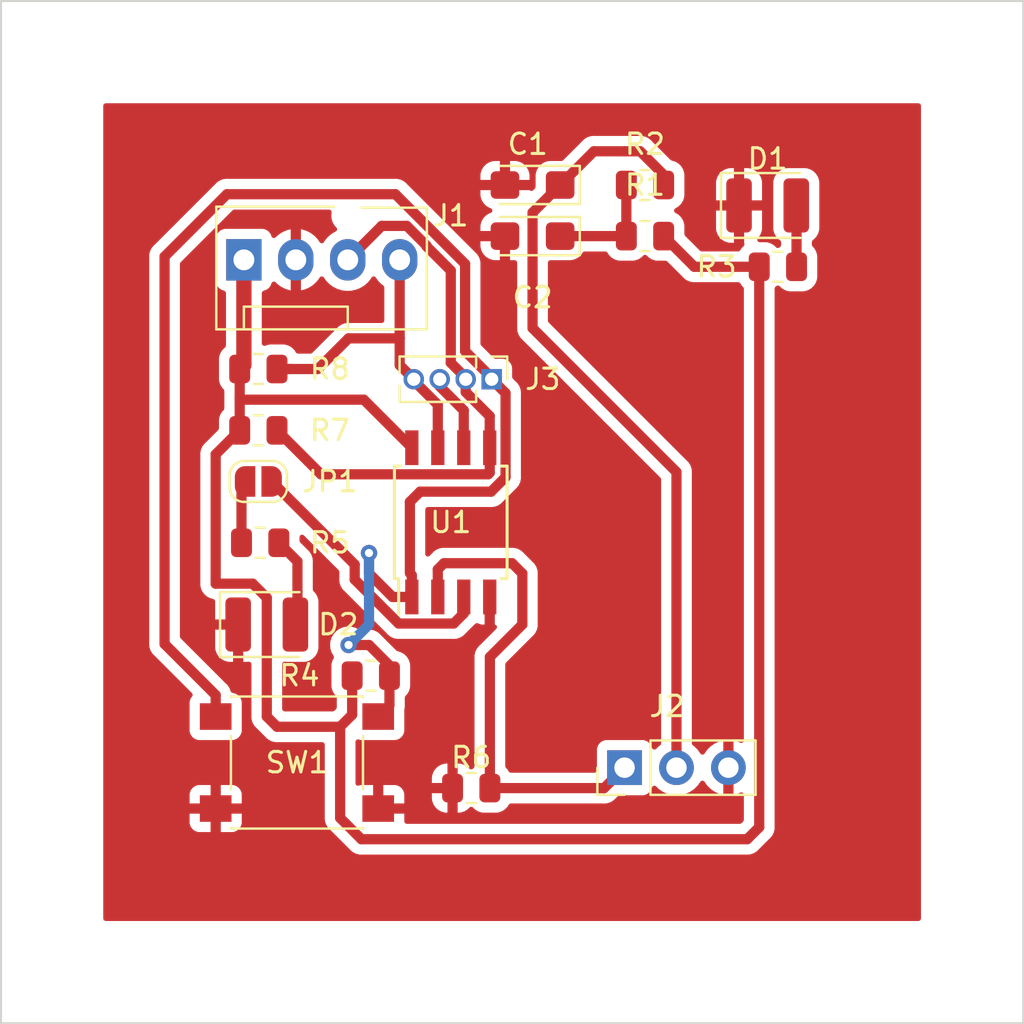
<source format=kicad_pcb>
(kicad_pcb (version 20221018) (generator pcbnew)
  (layers (0 "F.Cu" signal) (31 "B.Cu" signal) (34 "B.Paste" user) (35 "F.Paste" user) (36 "B.SilkS" user "B.Silkscreen") (37 "F.SilkS" user "F.Silkscreen") (38 "B.Mask" user) (39 "F.Mask" user) (44 "Edge.Cuts" user))
  (net 0 "")
  (net 1 "Net-(C1-Pad1)")
  (net 2 "GND")
  (net 3 "Net-(J2-Pin_2)")
  (net 4 "Net-(D1-A)")
  (net 5 "Net-(D2-A)")
  (net 6 "VCC")
  (net 7 "/MOSI")
  (net 8 "/SCK")
  (net 9 "/PP")
  (net 10 "/SS")
  (net 11 "/MISO")
  (net 12 "Net-(JP1-A)")
  (net 13 "Net-(JP1-B)")
  (footprint "Button_Switch_SMD:SW_Push_1P1T_NO_6x6mm_H9.5mm" (layer "F.Cu") (at 139.475 82.25)
    (fp_text reference "SW1" (at 0 0) (layer "F.SilkS"))
    (fp_text value "Reset")
    (fp_line (start -3.23 -3.23) (end 3.23 -3.23) (stroke (width 0.12)) (layer "F.SilkS"))
    (fp_line (start -3.23 -3.2) (end -3.23 -3.23) (stroke (width 0.12)) (layer "F.SilkS"))
    (fp_line (start -3.23 -1.3) (end -3.23 1.3) (stroke (width 0.12)) (layer "F.SilkS"))
    (fp_line (start -3.23 3.23) (end -3.23 3.2) (stroke (width 0.12)) (layer "F.SilkS"))
    (fp_line (start -3.23 3.23) (end 3.23 3.23) (stroke (width 0.12)) (layer "F.SilkS"))
    (fp_line (start 3.23 -3.23) (end 3.23 -3.2) (stroke (width 0.12)) (layer "F.SilkS"))
    (fp_line (start 3.23 -1.3) (end 3.23 1.3) (stroke (width 0.12)) (layer "F.SilkS"))
    (fp_line (start 3.23 3.23) (end 3.23 3.2) (stroke (width 0.12)) (layer "F.SilkS"))
    (pad "1" smd rect (at -3.975 -2.25) (size 1.55 1.3) (layers "F.Cu" "F.Paste" "F.Mask") (net 10 "/SS"))
    (pad "1" smd rect (at 3.975 -2.25) (size 1.55 1.3) (layers "F.Cu" "F.Paste" "F.Mask") (net 10 "/SS"))
    (pad "2" smd rect (at -3.975 2.25) (size 1.55 1.3) (layers "F.Cu" "F.Paste" "F.Mask") (net 2 "GND"))
    (pad "2" smd rect (at 3.975 2.25) (size 1.55 1.3) (layers "F.Cu" "F.Paste" "F.Mask") (net 2 "GND"))
  )
  (footprint "Resistor_SMD:R_0805_2012Metric" (layer "F.Cu") (at 137.675 71.5)
    (fp_text reference "R5" (at 3.4125 0) (layer "F.SilkS"))
    (fp_text value "220")
    (fp_line (start -0.227064 -0.735) (end 0.227064 -0.735) (stroke (width 0.12)) (layer "F.SilkS"))
    (fp_line (start -0.227064 0.735) (end 0.227064 0.735) (stroke (width 0.12)) (layer "F.SilkS"))
    (pad "1" smd roundrect (at -0.9125 0) (size 1.025 1.4) (layers "F.Cu" "F.Paste" "F.Mask") (roundrect_rratio 0.243902) (net 12 "Net-(JP1-A)"))
    (pad "2" smd roundrect (at 0.9125 0) (size 1.025 1.4) (layers "F.Cu" "F.Paste" "F.Mask") (roundrect_rratio 0.243902) (net 5 "Net-(D2-A)"))
  )
  (footprint "Capacitor_Tantalum_SMD:CP_EIA-3216-18_Kemet-A" (layer "F.Cu") (at 151 54 180)
    (fp_text reference "C2" (at 0 -5.5) (layer "F.SilkS"))
    (fp_text value "4.7u")
    (fp_line (start -2.31 -0.935) (end -2.31 0.935) (stroke (width 0.12)) (layer "F.SilkS"))
    (fp_line (start -2.31 0.935) (end 1.6 0.935) (stroke (width 0.12)) (layer "F.SilkS"))
    (fp_line (start 1.6 -0.935) (end -2.31 -0.935) (stroke (width 0.12)) (layer "F.SilkS"))
    (pad "1" smd roundrect (at -1.35 0 180) (size 1.4 1.35) (layers "F.Cu" "F.Paste" "F.Mask") (roundrect_rratio 0.185185) (net 3 "Net-(J2-Pin_2)"))
    (pad "2" smd roundrect (at 1.35 0 180) (size 1.4 1.35) (layers "F.Cu" "F.Paste" "F.Mask") (roundrect_rratio 0.185185) (net 2 "GND"))
  )
  (footprint "Connector_PinHeader_1.27mm:PinHeader_1x04_P1.27mm_Vertical" (layer "F.Cu") (at 149 63.5 -90)
    (fp_text reference "J3" (at 0 -2.5) (layer "F.SilkS"))
    (fp_text value "DEBUG")
    (fp_line (start -1.11 -0.76) (end 0 -0.76) (stroke (width 0.12)) (layer "F.SilkS"))
    (fp_line (start -1.11 0) (end -1.11 -0.76) (stroke (width 0.12)) (layer "F.SilkS"))
    (fp_line (start -1.11 0.76) (end -1.11 4.505) (stroke (width 0.12)) (layer "F.SilkS"))
    (fp_line (start -1.11 0.76) (end -0.563471 0.76) (stroke (width 0.12)) (layer "F.SilkS"))
    (fp_line (start -1.11 4.505) (end -0.30753 4.505) (stroke (width 0.12)) (layer "F.SilkS"))
    (fp_line (start 0.30753 4.505) (end 1.11 4.505) (stroke (width 0.12)) (layer "F.SilkS"))
    (fp_line (start 0.563471 0.76) (end 1.11 0.76) (stroke (width 0.12)) (layer "F.SilkS"))
    (fp_line (start 1.11 0.76) (end 1.11 4.505) (stroke (width 0.12)) (layer "F.SilkS"))
    (pad "1" thru_hole rect (at 0 0 270) (size 1 1) (drill 0.65) (layers "*.Cu" "*.Mask") (net 10 "/SS"))
    (pad "2" thru_hole oval (at 0 1.27 270) (size 1 1) (drill 0.65) (layers "*.Cu" "*.Mask") (net 7 "/MOSI"))
    (pad "3" thru_hole oval (at 0 2.54 270) (size 1 1) (drill 0.65) (layers "*.Cu" "*.Mask") (net 11 "/MISO"))
    (pad "4" thru_hole oval (at 0 3.81 270) (size 1 1) (drill 0.65) (layers "*.Cu" "*.Mask") (net 8 "/SCK"))
  )
  (footprint "Resistor_SMD:R_0805_2012Metric" (layer "F.Cu") (at 148 83.5 180)
    (fp_text reference "R6" (at 0 1.5) (layer "F.SilkS"))
    (fp_text value "10k")
    (fp_line (start -0.227064 -0.735) (end 0.227064 -0.735) (stroke (width 0.12)) (layer "F.SilkS"))
    (fp_line (start -0.227064 0.735) (end 0.227064 0.735) (stroke (width 0.12)) (layer "F.SilkS"))
    (pad "1" smd roundrect (at -0.9125 0 180) (size 1.025 1.4) (layers "F.Cu" "F.Paste" "F.Mask") (roundrect_rratio 0.243902) (net 9 "/PP"))
    (pad "2" smd roundrect (at 0.9125 0 180) (size 1.025 1.4) (layers "F.Cu" "F.Paste" "F.Mask") (roundrect_rratio 0.243902) (net 2 "GND"))
  )
  (footprint "Package_SO:SOIC-8W_5.3x5.3mm_P1.27mm" (layer "F.Cu") (at 147 70.5 90)
    (fp_text reference "U1" (at 0 0) (layer "F.SilkS"))
    (fp_text value "ATtiny85-20S")
    (fp_line (start -2.75 -2.755) (end -2.75 -2.55) (stroke (width 0.15)) (layer "F.SilkS"))
    (fp_line (start -2.75 -2.755) (end 2.75 -2.755) (stroke (width 0.15)) (layer "F.SilkS"))
    (fp_line (start -2.75 -2.55) (end -4.5 -2.55) (stroke (width 0.15)) (layer "F.SilkS"))
    (fp_line (start -2.75 2.755) (end -2.75 2.455) (stroke (width 0.15)) (layer "F.SilkS"))
    (fp_line (start -2.75 2.755) (end 2.75 2.755) (stroke (width 0.15)) (layer "F.SilkS"))
    (fp_line (start 2.75 -2.755) (end 2.75 -2.455) (stroke (width 0.15)) (layer "F.SilkS"))
    (fp_line (start 2.75 2.755) (end 2.75 2.455) (stroke (width 0.15)) (layer "F.SilkS"))
    (pad "1" smd rect (at -3.65 -1.905 90) (size 1.7 0.65) (layers "F.Cu" "F.Paste" "F.Mask") (net 10 "/SS"))
    (pad "2" smd rect (at -3.65 -0.635 90) (size 1.7 0.65) (layers "F.Cu" "F.Paste" "F.Mask") (net 9 "/PP"))
    (pad "3" smd rect (at -3.65 0.635 90) (size 1.7 0.65) (layers "F.Cu" "F.Paste" "F.Mask") (net 13 "Net-(JP1-B)"))
    (pad "4" smd rect (at -3.65 1.905 90) (size 1.7 0.65) (layers "F.Cu" "F.Paste" "F.Mask") (net 2 "GND"))
    (pad "5" smd rect (at 3.65 1.905 90) (size 1.7 0.65) (layers "F.Cu" "F.Paste" "F.Mask") (net 7 "/MOSI"))
    (pad "6" smd rect (at 3.65 0.635 90) (size 1.7 0.65) (layers "F.Cu" "F.Paste" "F.Mask") (net 11 "/MISO"))
    (pad "7" smd rect (at 3.65 -0.635 90) (size 1.7 0.65) (layers "F.Cu" "F.Paste" "F.Mask") (net 8 "/SCK"))
    (pad "8" smd rect (at 3.65 -1.905 90) (size 1.7 0.65) (layers "F.Cu" "F.Paste" "F.Mask") (net 6 "VCC"))
  )
  (footprint "Resistor_SMD:R_0805_2012Metric" (layer "F.Cu") (at 143.0875 78)
    (fp_text reference "R4" (at -3.49 0) (layer "F.SilkS"))
    (fp_text value "4.7k")
    (fp_line (start -0.227064 -0.735) (end 0.227064 -0.735) (stroke (width 0.12)) (layer "F.SilkS"))
    (fp_line (start -0.227064 0.735) (end 0.227064 0.735) (stroke (width 0.12)) (layer "F.SilkS"))
    (pad "1" smd roundrect (at -0.9125 0) (size 1.025 1.4) (layers "F.Cu" "F.Paste" "F.Mask") (roundrect_rratio 0.243902) (net 6 "VCC"))
    (pad "2" smd roundrect (at 0.9125 0) (size 1.025 1.4) (layers "F.Cu" "F.Paste" "F.Mask") (roundrect_rratio 0.243902) (net 10 "/SS"))
  )
  (footprint "Connector_PinHeader_2.54mm:PinHeader_1x03_P2.54mm_Vertical" (layer "F.Cu") (at 155.5 82.5 90)
    (fp_text reference "J2" (at 3 2.08 180) (layer "F.SilkS"))
    (fp_text value "BG51")
    (fp_line (start -1.33 -1.33) (end 0 -1.33) (stroke (width 0.12)) (layer "F.SilkS"))
    (fp_line (start -1.33 0) (end -1.33 -1.33) (stroke (width 0.12)) (layer "F.SilkS"))
    (fp_line (start -1.33 1.27) (end -1.33 6.41) (stroke (width 0.12)) (layer "F.SilkS"))
    (fp_line (start -1.33 1.27) (end 1.33 1.27) (stroke (width 0.12)) (layer "F.SilkS"))
    (fp_line (start -1.33 6.41) (end 1.33 6.41) (stroke (width 0.12)) (layer "F.SilkS"))
    (fp_line (start 1.33 1.27) (end 1.33 6.41) (stroke (width 0.12)) (layer "F.SilkS"))
    (pad "1" thru_hole rect (at 0 0 90) (size 1.7 1.7) (drill 1) (layers "*.Cu" "*.Mask") (net 9 "/PP"))
    (pad "2" thru_hole oval (at 0 2.54 90) (size 1.7 1.7) (drill 1) (layers "*.Cu" "*.Mask") (net 3 "Net-(J2-Pin_2)"))
    (pad "3" thru_hole oval (at 0 5.08 90) (size 1.7 1.7) (drill 1) (layers "*.Cu" "*.Mask") (net 2 "GND"))
  )
  (footprint "Resistor_SMD:R_0805_2012Metric" (layer "F.Cu") (at 156.5 54)
    (fp_text reference "R2" (at 0 -2) (layer "F.SilkS"))
    (fp_text value "1.8k")
    (fp_line (start -0.227064 -0.735) (end 0.227064 -0.735) (stroke (width 0.12)) (layer "F.SilkS"))
    (fp_line (start -0.227064 0.735) (end 0.227064 0.735) (stroke (width 0.12)) (layer "F.SilkS"))
    (pad "1" smd roundrect (at -0.9125 0) (size 1.025 1.4) (layers "F.Cu" "F.Paste" "F.Mask") (roundrect_rratio 0.243902) (net 1 "Net-(C1-Pad1)"))
    (pad "2" smd roundrect (at 0.9125 0) (size 1.025 1.4) (layers "F.Cu" "F.Paste" "F.Mask") (roundrect_rratio 0.243902) (net 3 "Net-(J2-Pin_2)"))
  )
  (footprint "LED_SMD:LED_1210_3225Metric" (layer "F.Cu") (at 138 75.5)
    (fp_text reference "D2" (at 3.5 0) (layer "F.SilkS"))
    (fp_text value "Test")
    (fp_line (start -2.285 -1.585) (end -2.285 1.585) (stroke (width 0.12)) (layer "F.SilkS"))
    (fp_line (start -2.285 1.585) (end 1.6 1.585) (stroke (width 0.12)) (layer "F.SilkS"))
    (fp_line (start 1.6 -1.585) (end -2.285 -1.585) (stroke (width 0.12)) (layer "F.SilkS"))
    (pad "1" smd roundrect (at -1.4 0) (size 1.25 2.65) (layers "F.Cu" "F.Paste" "F.Mask") (roundrect_rratio 0.2) (net 2 "GND"))
    (pad "2" smd roundrect (at 1.4 0) (size 1.25 2.65) (layers "F.Cu" "F.Paste" "F.Mask") (roundrect_rratio 0.2) (net 5 "Net-(D2-A)"))
  )
  (footprint "Resistor_SMD:R_0805_2012Metric" (layer "F.Cu") (at 137.5875 66)
    (fp_text reference "R7" (at 3.5 0) (layer "F.SilkS"))
    (fp_text value "4.7k")
    (fp_line (start -0.227064 -0.735) (end 0.227064 -0.735) (stroke (width 0.12)) (layer "F.SilkS"))
    (fp_line (start -0.227064 0.735) (end 0.227064 0.735) (stroke (width 0.12)) (layer "F.SilkS"))
    (pad "1" smd roundrect (at -0.9125 0) (size 1.025 1.4) (layers "F.Cu" "F.Paste" "F.Mask") (roundrect_rratio 0.243902) (net 6 "VCC"))
    (pad "2" smd roundrect (at 0.9125 0) (size 1.025 1.4) (layers "F.Cu" "F.Paste" "F.Mask") (roundrect_rratio 0.243902) (net 7 "/MOSI"))
  )
  (footprint "Connector:FanPinHeader_1x04_P2.54mm_Vertical" (layer "F.Cu") (at 136.88 57.66)
    (fp_text reference "J1" (at 10.12 -2.16) (layer "F.SilkS"))
    (fp_text value "CONN")
    (fp_line (start -1.35 -2.6) (end 4.4 -2.6) (stroke (width 0.12)) (layer "F.SilkS"))
    (fp_line (start -1.35 3.4) (end -1.35 -2.6) (stroke (width 0.12)) (layer "F.SilkS"))
    (fp_line (start 0 2.29) (end 5.08 2.29) (stroke (width 0.12)) (layer "F.SilkS"))
    (fp_line (start 0 3.3) (end 0 2.29) (stroke (width 0.12)) (layer "F.SilkS"))
    (fp_line (start 5.08 2.29) (end 5.08 3.3) (stroke (width 0.12)) (layer "F.SilkS"))
    (fp_line (start 5.75 -2.55) (end 8.95 -2.55) (stroke (width 0.12)) (layer "F.SilkS"))
    (fp_line (start 8.95 -2.55) (end 8.95 3.4) (stroke (width 0.12)) (layer "F.SilkS"))
    (fp_line (start 8.95 3.4) (end -1.35 3.4) (stroke (width 0.12)) (layer "F.SilkS"))
    (pad "" np_thru_hole circle (at 5.08 -2.16 90) (size 1.1 1.1) (drill 1.1) (layers "*.Cu" "*.Mask"))
    (pad "1" thru_hole rect (at 0 0 90) (size 2.03 1.73) (drill 1.02) (layers "*.Cu" "*.Mask") (net 6 "VCC"))
    (pad "2" thru_hole oval (at 2.54 0 90) (size 2.03 1.73) (drill 1.02) (layers "*.Cu" "*.Mask") (net 2 "GND"))
    (pad "3" thru_hole oval (at 5.08 0 90) (size 2.03 1.73) (drill 1.02) (layers "*.Cu" "*.Mask") (net 7 "/MOSI"))
    (pad "4" thru_hole oval (at 7.62 0 90) (size 2.03 1.73) (drill 1.02) (layers "*.Cu" "*.Mask") (net 8 "/SCK"))
  )
  (footprint "Resistor_SMD:R_0805_2012Metric" (layer "F.Cu") (at 163 58)
    (fp_text reference "R3" (at -3 0) (layer "F.SilkS"))
    (fp_text value "220")
    (fp_line (start -0.227064 -0.735) (end 0.227064 -0.735) (stroke (width 0.12)) (layer "F.SilkS"))
    (fp_line (start -0.227064 0.735) (end 0.227064 0.735) (stroke (width 0.12)) (layer "F.SilkS"))
    (pad "1" smd roundrect (at -0.9125 0) (size 1.025 1.4) (layers "F.Cu" "F.Paste" "F.Mask") (roundrect_rratio 0.243902) (net 6 "VCC"))
    (pad "2" smd roundrect (at 0.9125 0) (size 1.025 1.4) (layers "F.Cu" "F.Paste" "F.Mask") (roundrect_rratio 0.243902) (net 4 "Net-(D1-A)"))
  )
  (footprint "Resistor_SMD:R_0805_2012Metric" (layer "F.Cu") (at 156.5 56.5 180)
    (fp_text reference "R1" (at 0 2.5) (layer "F.SilkS"))
    (fp_text value "1.8k")
    (fp_line (start -0.227064 -0.735) (end 0.227064 -0.735) (stroke (width 0.12)) (layer "F.SilkS"))
    (fp_line (start -0.227064 0.735) (end 0.227064 0.735) (stroke (width 0.12)) (layer "F.SilkS"))
    (pad "1" smd roundrect (at -0.9125 0 180) (size 1.025 1.4) (layers "F.Cu" "F.Paste" "F.Mask") (roundrect_rratio 0.243902) (net 6 "VCC"))
    (pad "2" smd roundrect (at 0.9125 0 180) (size 1.025 1.4) (layers "F.Cu" "F.Paste" "F.Mask") (roundrect_rratio 0.243902) (net 1 "Net-(C1-Pad1)"))
  )
  (footprint "Jumper:SolderJumper-2_P1.3mm_Open_RoundedPad1.0x1.5mm" (layer "F.Cu") (at 137.5875 68.5)
    (fp_text reference "JP1" (at 3.5 0) (layer "F.SilkS"))
    (fp_text value "SolderJumper_2_Open")
    (fp_line (start -1.4 0.3) (end -1.4 -0.3) (stroke (width 0.12)) (layer "F.SilkS"))
    (fp_line (start -0.7 -1) (end 0.7 -1) (stroke (width 0.12)) (layer "F.SilkS"))
    (fp_line (start 0.7 1) (end -0.7 1) (stroke (width 0.12)) (layer "F.SilkS"))
    (fp_line (start 1.4 -0.3) (end 1.4 0.3) (stroke (width 0.12)) (layer "F.SilkS"))
    (fp_arc (start -1.4 -0.3) (mid -1.194975 -0.794975) (end -0.7 -1) (stroke (width 0.12)) (layer "F.SilkS"))
    (fp_arc (start -0.7 1) (mid -1.194975 0.794975) (end -1.4 0.3) (stroke (width 0.12)) (layer "F.SilkS"))
    (fp_arc (start 0.7 -1) (mid 1.194975 -0.794975) (end 1.4 -0.3) (stroke (width 0.12)) (layer "F.SilkS"))
    (fp_arc (start 1.4 0.3) (mid 1.194975 0.794975) (end 0.7 1) (stroke (width 0.12)) (layer "F.SilkS"))
    (pad "1" smd custom (at -0.65 0) (size 1 0.5) (layers "F.Cu" "F.Mask") (net 12 "Net-(JP1-A)") (options (clearance outline) (anchor rect)) (primitives (gr_circle (center 0 0.25) (end 0.5 0.25) (width 0) (fill yes)) (gr_circle (center 0 -0.25) (end 0.5 -0.25) (width 0) (fill yes)) (gr_poly (pts (xy 0.5 0.75) (xy 0 0.75) (xy 0 -0.75) (xy 0.5 -0.75)) (width 0) (fill yes))))
    (pad "2" smd custom (at 0.65 0) (size 1 0.5) (layers "F.Cu" "F.Mask") (net 13 "Net-(JP1-B)") (options (clearance outline) (anchor rect)) (primitives (gr_circle (center 0 0.25) (end 0.5 0.25) (width 0) (fill yes)) (gr_circle (center 0 -0.25) (end 0.5 -0.25) (width 0) (fill yes)) (gr_poly (pts (xy 0 0.75) (xy -0.5 0.75) (xy -0.5 -0.75) (xy 0 -0.75)) (width 0) (fill yes))))
  )
  (footprint "Resistor_SMD:R_0805_2012Metric" (layer "F.Cu") (at 137.5875 63)
    (fp_text reference "R8" (at 3.5 0) (layer "F.SilkS"))
    (fp_text value "4.7k")
    (fp_line (start -0.227064 -0.735) (end 0.227064 -0.735) (stroke (width 0.12)) (layer "F.SilkS"))
    (fp_line (start -0.227064 0.735) (end 0.227064 0.735) (stroke (width 0.12)) (layer "F.SilkS"))
    (pad "1" smd roundrect (at -0.9125 0) (size 1.025 1.4) (layers "F.Cu" "F.Paste" "F.Mask") (roundrect_rratio 0.243902) (net 6 "VCC"))
    (pad "2" smd roundrect (at 0.9125 0) (size 1.025 1.4) (layers "F.Cu" "F.Paste" "F.Mask") (roundrect_rratio 0.243902) (net 8 "/SCK"))
  )
  (footprint "Capacitor_Tantalum_SMD:CP_EIA-3216-18_Kemet-A" (layer "F.Cu") (at 151 56.5 180)
    (fp_text reference "C1" (at 0.2375 4.5) (layer "F.SilkS"))
    (fp_text value "4.7u")
    (fp_line (start -2.31 -0.935) (end -2.31 0.935) (stroke (width 0.12)) (layer "F.SilkS"))
    (fp_line (start -2.31 0.935) (end 1.6 0.935) (stroke (width 0.12)) (layer "F.SilkS"))
    (fp_line (start 1.6 -0.935) (end -2.31 -0.935) (stroke (width 0.12)) (layer "F.SilkS"))
    (pad "1" smd roundrect (at -1.35 0 180) (size 1.4 1.35) (layers "F.Cu" "F.Paste" "F.Mask") (roundrect_rratio 0.185185) (net 1 "Net-(C1-Pad1)"))
    (pad "2" smd roundrect (at 1.35 0 180) (size 1.4 1.35) (layers "F.Cu" "F.Paste" "F.Mask") (roundrect_rratio 0.185185) (net 2 "GND"))
  )
  (footprint "LED_SMD:LED_1210_3225Metric" (layer "F.Cu") (at 162.5 55)
    (fp_text reference "D1" (at 0 -2.28) (layer "F.SilkS"))
    (fp_text value "PW")
    (fp_line (start -2.285 -1.585) (end -2.285 1.585) (stroke (width 0.12)) (layer "F.SilkS"))
    (fp_line (start -2.285 1.585) (end 1.6 1.585) (stroke (width 0.12)) (layer "F.SilkS"))
    (fp_line (start 1.6 -1.585) (end -2.285 -1.585) (stroke (width 0.12)) (layer "F.SilkS"))
    (pad "1" smd roundrect (at -1.4 0) (size 1.25 2.65) (layers "F.Cu" "F.Paste" "F.Mask") (roundrect_rratio 0.2) (net 2 "GND"))
    (pad "2" smd roundrect (at 1.4 0) (size 1.25 2.65) (layers "F.Cu" "F.Paste" "F.Mask") (roundrect_rratio 0.2) (net 4 "Net-(D1-A)"))
  )
  (gr_rect (start 125 45) (end 175 95) (stroke (width 0.1)) (fill none) (layer "Edge.Cuts"))
  (segment (start 155.5875 56.5) (end 155.5875 54) (width 0.5) (layer "F.Cu") (net 1))
  (segment (start 155.5875 56.5) (end 152.35 56.5) (width 0.5) (layer "F.Cu") (net 1))
  (segment (start 152.35 56.5) (end 153.0875 56.5) (width 0.5) (layer "F.Cu") (net 1))
  (segment (start 151 55.35) (end 151 61) (width 0.5) (layer "F.Cu") (net 3))
  (segment (start 154 52.35) (end 155.5 52.35) (width 0.5) (layer "F.Cu") (net 3))
  (segment (start 151 61) (end 158.04 68.04) (width 0.5) (layer "F.Cu") (net 3))
  (segment (start 156.2625 52.35) (end 157.4125 53.5) (width 0.5) (layer "F.Cu") (net 3))
  (segment (start 152.35 54) (end 152 53.65) (width 0.5) (layer "F.Cu") (net 3))
  (segment (start 155.5 52.35) (end 156.2625 52.35) (width 0.5) (layer "F.Cu") (net 3))
  (segment (start 158.04 68.04) (end 158.04 82.5) (width 0.5) (layer "F.Cu") (net 3))
  (segment (start 152.35 54) (end 151 55.35) (width 0.5) (layer "F.Cu") (net 3))
  (segment (start 152.35 54) (end 154 52.35) (width 0.5) (layer "F.Cu") (net 3))
  (segment (start 163.9125 58) (end 163.9125 55.0125) (width 0.5) (layer "F.Cu") (net 4))
  (segment (start 163.9125 55.0125) (end 163.9 55) (width 0.5) (layer "F.Cu") (net 4))
  (segment (start 139.5 72.4125) (end 139.5 75.4) (width 0.5) (layer "F.Cu") (net 5))
  (segment (start 139.5 75.4) (end 139.4 75.5) (width 0.5) (layer "F.Cu") (net 5))
  (segment (start 138.5875 71.5) (end 139.5 72.4125) (width 0.5) (layer "F.Cu") (net 5))
  (segment (start 162.0875 85.4125) (end 161.5 86) (width 0.5) (layer "F.Cu") (net 6))
  (segment (start 141.5875 80.5) (end 142.175 79.9125) (width 0.5) (layer "F.Cu") (net 6))
  (segment (start 138.5 80.5) (end 138 80) (width 0.5) (layer "F.Cu") (net 6))
  (segment (start 136.88 62.795) (end 136.675 63) (width 0.75) (layer "F.Cu") (net 6))
  (segment (start 162.0875 58) (end 162.0875 85.4125) (width 0.5) (layer "F.Cu") (net 6))
  (segment (start 137.310051 73.5) (end 135.5 73.5) (width 0.5) (layer "F.Cu") (net 6))
  (segment (start 135.5 73.5) (end 135.5 67.175) (width 0.5) (layer "F.Cu") (net 6))
  (segment (start 145.095 66.85) (end 142.745 64.5) (width 0.5) (layer "F.Cu") (net 6))
  (segment (start 136.88 57.66) (end 136.88 62.795) (width 0.75) (layer "F.Cu") (net 6))
  (segment (start 141.5875 84.9625) (end 141.5875 80.5) (width 0.5) (layer "F.Cu") (net 6))
  (segment (start 141.5875 80.5) (end 138.5 80.5) (width 0.5) (layer "F.Cu") (net 6))
  (segment (start 138 80) (end 138 74.189949) (width 0.5) (layer "F.Cu") (net 6))
  (segment (start 142.745 64.5) (end 136.675 64.5) (width 0.5) (layer "F.Cu") (net 6))
  (segment (start 138 74.189949) (end 137.310051 73.5) (width 0.5) (layer "F.Cu") (net 6))
  (segment (start 158.9125 58) (end 162.0875 58) (width 0.5) (layer "F.Cu") (net 6))
  (segment (start 136.675 64.5) (end 136.675 63) (width 0.5) (layer "F.Cu") (net 6))
  (segment (start 142.625 86) (end 141.5875 84.9625) (width 0.5) (layer "F.Cu") (net 6))
  (segment (start 157.4125 56.5) (end 158.9125 58) (width 0.5) (layer "F.Cu") (net 6))
  (segment (start 136.675 66) (end 136.675 64.5) (width 0.5) (layer "F.Cu") (net 6))
  (segment (start 135.5 67.175) (end 136.675 66) (width 0.5) (layer "F.Cu") (net 6))
  (segment (start 161.5 86) (end 142.625 86) (width 0.5) (layer "F.Cu") (net 6))
  (segment (start 142.175 79.9125) (end 142.175 78) (width 0.5) (layer "F.Cu") (net 6))
  (segment (start 148.905 65.305) (end 147.73 64.13) (width 0.5) (layer "F.Cu") (net 7))
  (segment (start 147.73 63.5) (end 147.73 63.426497) (width 0.5) (layer "F.Cu") (net 7))
  (segment (start 147 58.185) (end 145.815 57) (width 0.5) (layer "F.Cu") (net 7))
  (segment (start 147 62.696497) (end 147 58.185) (width 0.5) (layer "F.Cu") (net 7))
  (segment (start 143.62 56) (end 141.96 57.66) (width 0.5) (layer "F.Cu") (net 7))
  (segment (start 147.73 63.426497) (end 147 62.696497) (width 0.5) (layer "F.Cu") (net 7))
  (segment (start 145.815 57) (end 145.815 56.965309) (width 0.5) (layer "F.Cu") (net 7))
  (segment (start 148.83 68.15) (end 148.905 68.075) (width 0.5) (layer "F.Cu") (net 7))
  (segment (start 148.905 66.85) (end 148.905 65.305) (width 0.5) (layer "F.Cu") (net 7))
  (segment (start 147.73 64.13) (end 147.73 63.5) (width 0.5) (layer "F.Cu") (net 7))
  (segment (start 140.65 68.15) (end 148.83 68.15) (width 0.5) (layer "F.Cu") (net 7))
  (segment (start 138.5 66) (end 140.65 68.15) (width 0.5) (layer "F.Cu") (net 7))
  (segment (start 145.815 56.965309) (end 144.849691 56) (width 0.5) (layer "F.Cu") (net 7))
  (segment (start 144.849691 56) (end 143.62 56) (width 0.5) (layer "F.Cu") (net 7))
  (segment (start 148.905 68.075) (end 148.905 66.85) (width 0.5) (layer "F.Cu") (net 7))
  (segment (start 144.5 62.81) (end 145.19 63.5) (width 0.5) (layer "F.Cu") (net 8))
  (segment (start 142 61.5) (end 144.5 61.5) (width 0.5) (layer "F.Cu") (net 8))
  (segment (start 145.19 63.573503) (end 145.19 63.5) (width 0.5) (layer "F.Cu") (net 8))
  (segment (start 146.365 64.748503) (end 145.19 63.573503) (width 0.5) (layer "F.Cu") (net 8))
  (segment (start 144.5 57.66) (end 144.5 61.5) (width 0.5) (layer "F.Cu") (net 8))
  (segment (start 146.365 66.85) (end 146.365 64.748503) (width 0.5) (layer "F.Cu") (net 8))
  (segment (start 138.5 63) (end 139.16 63) (width 0.5) (layer "F.Cu") (net 8))
  (segment (start 138.5 63) (end 140.5 63) (width 0.5) (layer "F.Cu") (net 8))
  (segment (start 144.5 61.5) (end 144.5 62.81) (width 0.5) (layer "F.Cu") (net 8))
  (segment (start 140.5 63) (end 142 61.5) (width 0.5) (layer "F.Cu") (net 8))
  (segment (start 148.9125 83.5) (end 148.9125 77.0875) (width 0.5) (layer "F.Cu") (net 9))
  (segment (start 148.9125 77.0875) (end 150.5 75.5) (width 0.5) (layer "F.Cu") (net 9))
  (segment (start 150.5 75.5) (end 150.5 73) (width 0.5) (layer "F.Cu") (net 9))
  (segment (start 150 72.5) (end 146.665 72.5) (width 0.5) (layer "F.Cu") (net 9))
  (segment (start 150.5 73) (end 150 72.5) (width 0.5) (layer "F.Cu") (net 9))
  (segment (start 154.5 83.5) (end 155.5 82.5) (width 0.5) (layer "F.Cu") (net 9))
  (segment (start 146.365 72.8) (end 146.365 74.15) (width 0.5) (layer "F.Cu") (net 9))
  (segment (start 148.9125 83.5) (end 154.5 83.5) (width 0.5) (layer "F.Cu") (net 9))
  (segment (start 146.665 72.5) (end 146.365 72.8) (width 0.5) (layer "F.Cu") (net 9))
  (segment (start 143 76.5) (end 144 77.5) (width 0.5) (layer "F.Cu") (net 10))
  (segment (start 149.68 64.18) (end 149 63.5) (width 0.5) (layer "F.Cu") (net 10))
  (segment (start 144 79.45) (end 143.45 80) (width 0.5) (layer "F.Cu") (net 10))
  (segment (start 144 77.5) (end 144 79.45) (width 0.5) (layer "F.Cu") (net 10))
  (segment (start 133 57.5) (end 133 76.45) (width 0.5) (layer "F.Cu") (net 10))
  (segment (start 147.7 62.126497) (end 147.7 57.860359) (width 0.5) (layer "F.Cu") (net 10))
  (segment (start 149 63.426497) (end 147.7 62.126497) (width 0.5) (layer "F.Cu") (net 10))
  (segment (start 136.05 54.45) (end 133 57.5) (width 0.5) (layer "F.Cu") (net 10))
  (segment (start 149.68 68.28995) (end 149.68 64.18) (width 0.5) (layer "F.Cu") (net 10))
  (segment (start 143 73) (end 144.15 74.15) (width 0.5) (layer "F.Cu") (net 10))
  (segment (start 144.15 74.15) (end 145.095 74.15) (width 0.5) (layer "F.Cu") (net 10))
  (segment (start 142 76.5) (end 143 76.5) (width 0.5) (layer "F.Cu") (net 10))
  (segment (start 133 76.45) (end 135.5 78.95) (width 0.5) (layer "F.Cu") (net 10))
  (segment (start 145.095 74.15) (end 145.095 73.08005) (width 0.5) (layer "F.Cu") (net 10))
  (segment (start 145.5 69) (end 148.96995 69) (width 0.5) (layer "F.Cu") (net 10))
  (segment (start 145 69.5) (end 145.5 69) (width 0.5) (layer "F.Cu") (net 10))
  (segment (start 143 72) (end 143 73) (width 0.5) (layer "F.Cu") (net 10))
  (segment (start 148.96995 69) (end 149.68 68.28995) (width 0.5) (layer "F.Cu") (net 10))
  (segment (start 147.7 57.860359) (end 144.289641 54.45) (width 0.5) (layer "F.Cu") (net 10))
  (segment (start 149 63.5) (end 149 63.426497) (width 0.5) (layer "F.Cu") (net 10))
  (segment (start 144.289641 54.45) (end 136.05 54.45) (width 0.5) (layer "F.Cu") (net 10))
  (segment (start 145 72.98505) (end 145 69.5) (width 0.5) (layer "F.Cu") (net 10))
  (segment (start 135.5 78.95) (end 135.5 80) (width 0.5) (layer "F.Cu") (net 10))
  (via (at 142 76.5) (size 0.8) (drill 0.4) (layers "F.Cu" "B.Cu") (net 10))
  (via (at 143 72) (size 0.8) (drill 0.4) (layers "F.Cu" "B.Cu") (net 10))
  (segment (start 143 75.5) (end 143 72) (width 0.5) (layer "B.Cu") (net 10))
  (segment (start 142 76.5) (end 143 75.5) (width 0.5) (layer "B.Cu") (net 10))
  (segment (start 146.46 63.84995) (end 146.46 63.5) (width 0.5) (layer "F.Cu") (net 11))
  (segment (start 147.635 65.02495) (end 146.46 63.84995) (width 0.5) (layer "F.Cu") (net 11))
  (segment (start 147.635 66.85) (end 147.635 65.02495) (width 0.5) (layer "F.Cu") (net 11))
  (segment (start 136.7625 71.5) (end 136.7625 68.675) (width 0.5) (layer "F.Cu") (net 12))
  (segment (start 136.7625 68.675) (end 136.9375 68.5) (width 0.5) (layer "F.Cu") (net 12))
  (segment (start 142.3 73.3) (end 144.45 75.45) (width 0.5) (layer "F.Cu") (net 13))
  (segment (start 147.635 74.955) (end 147.635 74.15) (width 0.5) (layer "F.Cu") (net 13))
  (segment (start 144.45 75.45) (end 147.14 75.45) (width 0.5) (layer "F.Cu") (net 13))
  (segment (start 147.14 75.45) (end 147.635 74.955) (width 0.5) (layer "F.Cu") (net 13))
  (segment (start 142.3 72.5625) (end 142.3 73.3) (width 0.5) (layer "F.Cu") (net 13))
  (segment (start 138.2375 68.5) (end 142.3 72.5625) (width 0.5) (layer "F.Cu") (net 13))
  (zone (net 2) (net_name "GND") (layer "F.Cu") (name "gnd") (connect_pads (clearance 0.5)) (min_thickness 0.25) (fill yes (thermal_gap 0.5) (thermal_bridge_width 0.5))
    (polygon (pts (xy 130 50) (xy 170 50) (xy 170 90) (xy 130 90)))
  )
)
</source>
